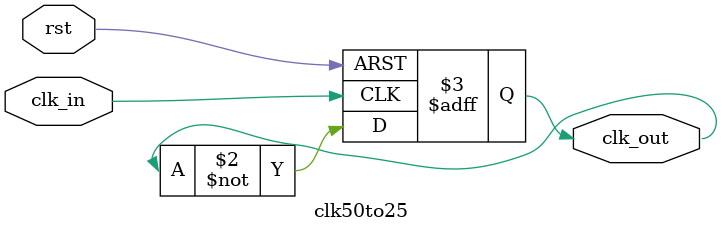
<source format=v>
module clk50to25 (rst, clk_in, clk_out);
	
	input rst;
	input clk_in;
	
	output reg clk_out;
	
	always @ (posedge clk_in or posedge rst) begin
		if (rst) begin
			clk_out <= 1'b0;
		end else begin
			clk_out <= ~clk_out;
		end
	end

endmodule
</source>
